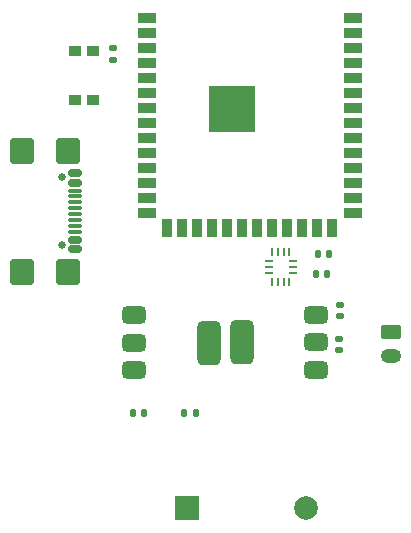
<source format=gbr>
%TF.GenerationSoftware,KiCad,Pcbnew,8.0.8-8.0.8-0~ubuntu24.04.1*%
%TF.CreationDate,2025-07-21T15:44:41-04:00*%
%TF.ProjectId,electronics,656c6563-7472-46f6-9e69-63732e6b6963,rev?*%
%TF.SameCoordinates,Original*%
%TF.FileFunction,Soldermask,Top*%
%TF.FilePolarity,Negative*%
%FSLAX46Y46*%
G04 Gerber Fmt 4.6, Leading zero omitted, Abs format (unit mm)*
G04 Created by KiCad (PCBNEW 8.0.8-8.0.8-0~ubuntu24.04.1) date 2025-07-21 15:44:41*
%MOMM*%
%LPD*%
G01*
G04 APERTURE LIST*
G04 Aperture macros list*
%AMRoundRect*
0 Rectangle with rounded corners*
0 $1 Rounding radius*
0 $2 $3 $4 $5 $6 $7 $8 $9 X,Y pos of 4 corners*
0 Add a 4 corners polygon primitive as box body*
4,1,4,$2,$3,$4,$5,$6,$7,$8,$9,$2,$3,0*
0 Add four circle primitives for the rounded corners*
1,1,$1+$1,$2,$3*
1,1,$1+$1,$4,$5*
1,1,$1+$1,$6,$7*
1,1,$1+$1,$8,$9*
0 Add four rect primitives between the rounded corners*
20,1,$1+$1,$2,$3,$4,$5,0*
20,1,$1+$1,$4,$5,$6,$7,0*
20,1,$1+$1,$6,$7,$8,$9,0*
20,1,$1+$1,$8,$9,$2,$3,0*%
G04 Aperture macros list end*
%ADD10RoundRect,0.140000X-0.170000X0.140000X-0.170000X-0.140000X0.170000X-0.140000X0.170000X0.140000X0*%
%ADD11RoundRect,0.140000X-0.140000X-0.170000X0.140000X-0.170000X0.140000X0.170000X-0.140000X0.170000X0*%
%ADD12RoundRect,0.140000X0.170000X-0.140000X0.170000X0.140000X-0.170000X0.140000X-0.170000X-0.140000X0*%
%ADD13RoundRect,0.375000X-0.625000X-0.375000X0.625000X-0.375000X0.625000X0.375000X-0.625000X0.375000X0*%
%ADD14RoundRect,0.500000X-0.500000X-1.400000X0.500000X-1.400000X0.500000X1.400000X-0.500000X1.400000X0*%
%ADD15RoundRect,0.375000X0.625000X0.375000X-0.625000X0.375000X-0.625000X-0.375000X0.625000X-0.375000X0*%
%ADD16RoundRect,0.500000X0.500000X1.400000X-0.500000X1.400000X-0.500000X-1.400000X0.500000X-1.400000X0*%
%ADD17R,0.250000X0.675000*%
%ADD18R,0.675000X0.250000*%
%ADD19R,1.000000X0.900000*%
%ADD20R,2.000000X2.000000*%
%ADD21C,2.000000*%
%ADD22RoundRect,0.250000X-0.625000X0.350000X-0.625000X-0.350000X0.625000X-0.350000X0.625000X0.350000X0*%
%ADD23O,1.750000X1.200000*%
%ADD24C,0.650000*%
%ADD25RoundRect,0.150000X-0.425000X0.150000X-0.425000X-0.150000X0.425000X-0.150000X0.425000X0.150000X0*%
%ADD26RoundRect,0.075000X-0.500000X0.075000X-0.500000X-0.075000X0.500000X-0.075000X0.500000X0.075000X0*%
%ADD27RoundRect,0.250000X-0.750000X0.840000X-0.750000X-0.840000X0.750000X-0.840000X0.750000X0.840000X0*%
%ADD28R,1.500000X0.900000*%
%ADD29R,0.900000X1.500000*%
%ADD30C,0.600000*%
%ADD31R,3.900000X3.900000*%
G04 APERTURE END LIST*
D10*
%TO.C,C5*%
X139775000Y-89815000D03*
X139775000Y-90775000D03*
%TD*%
D11*
%TO.C,C4*%
X156965000Y-108875000D03*
X157925000Y-108875000D03*
%TD*%
%TO.C,C3*%
X157150000Y-107225000D03*
X158110000Y-107225000D03*
%TD*%
D10*
%TO.C,C2*%
X158925000Y-114420000D03*
X158925000Y-115380000D03*
%TD*%
D12*
%TO.C,C1*%
X159025000Y-112480000D03*
X159025000Y-111520000D03*
%TD*%
D11*
%TO.C,C7*%
X145845000Y-120675000D03*
X146805000Y-120675000D03*
%TD*%
%TO.C,C6*%
X141495000Y-120650000D03*
X142455000Y-120650000D03*
%TD*%
D13*
%TO.C,U5*%
X141600000Y-112425000D03*
X141600000Y-114725000D03*
D14*
X147900000Y-114725000D03*
D13*
X141600000Y-117025000D03*
%TD*%
D15*
%TO.C,U3*%
X157025000Y-117012500D03*
X157025000Y-114712500D03*
D16*
X150725000Y-114712500D03*
D15*
X157025000Y-112412500D03*
%TD*%
D17*
%TO.C,U2*%
X153250000Y-109575000D03*
X153750000Y-109575000D03*
X154250000Y-109575000D03*
X154750000Y-109575000D03*
D18*
X155012500Y-108812500D03*
X155012500Y-108312500D03*
X155012500Y-107812500D03*
D17*
X154750000Y-107050000D03*
X154250000Y-107050000D03*
X153750000Y-107050000D03*
X153250000Y-107050000D03*
D18*
X152987500Y-107812500D03*
X152987500Y-108312500D03*
X152987500Y-108812500D03*
%TD*%
D19*
%TO.C,SW1*%
X136550000Y-94175000D03*
X136550000Y-90075000D03*
X138150000Y-90075000D03*
X138150000Y-94175000D03*
%TD*%
D20*
%TO.C,BZ1*%
X146110000Y-128770000D03*
D21*
X156110000Y-128770000D03*
%TD*%
D22*
%TO.C,BT1*%
X163325000Y-113825000D03*
D23*
X163325000Y-115825000D03*
%TD*%
D24*
%TO.C,J1*%
X135500000Y-100712410D03*
X135500000Y-106492410D03*
D25*
X136575000Y-100402410D03*
X136575000Y-101202410D03*
D26*
X136575000Y-102352410D03*
X136575000Y-103352410D03*
X136575000Y-103852410D03*
X136575000Y-104852410D03*
D25*
X136575000Y-106002410D03*
X136575000Y-106802410D03*
X136575000Y-106802410D03*
X136575000Y-106002410D03*
D26*
X136575000Y-105352410D03*
X136575000Y-104352410D03*
X136575000Y-102852410D03*
X136575000Y-101852410D03*
D25*
X136575000Y-101202410D03*
X136575000Y-100402410D03*
D27*
X136000000Y-98492410D03*
X132070000Y-98492410D03*
X136000000Y-108712410D03*
X132070000Y-108712410D03*
%TD*%
D28*
%TO.C,U1*%
X142650000Y-87255000D03*
X142650000Y-88525000D03*
X142650000Y-89795000D03*
X142650000Y-91065000D03*
X142650000Y-92335000D03*
X142650000Y-93605000D03*
X142650000Y-94875000D03*
X142650000Y-96145000D03*
X142650000Y-97415000D03*
X142650000Y-98685000D03*
X142650000Y-99955000D03*
X142650000Y-101225000D03*
X142650000Y-102495000D03*
X142650000Y-103765000D03*
D29*
X144415000Y-105015000D03*
X145685000Y-105015000D03*
X146955000Y-105015000D03*
X148225000Y-105015000D03*
X149495000Y-105015000D03*
X150765000Y-105015000D03*
X152035000Y-105015000D03*
X153305000Y-105015000D03*
X154575000Y-105015000D03*
X155845000Y-105015000D03*
X157115000Y-105015000D03*
X158385000Y-105015000D03*
D28*
X160150000Y-103765000D03*
X160150000Y-102495000D03*
X160150000Y-101225000D03*
X160150000Y-99955000D03*
X160150000Y-98685000D03*
X160150000Y-97415000D03*
X160150000Y-96145000D03*
X160150000Y-94875000D03*
X160150000Y-93605000D03*
X160150000Y-92335000D03*
X160150000Y-91065000D03*
X160150000Y-89795000D03*
X160150000Y-88525000D03*
X160150000Y-87255000D03*
D30*
X148500000Y-94275000D03*
X148500000Y-95675000D03*
X149200000Y-93575000D03*
X149200000Y-94975000D03*
X149200000Y-96375000D03*
X149900000Y-94275000D03*
D31*
X149900000Y-94975000D03*
D30*
X149900000Y-95675000D03*
X150600000Y-93575000D03*
X150600000Y-94975000D03*
X150600000Y-96375000D03*
X151300000Y-94275000D03*
X151300000Y-95675000D03*
%TD*%
M02*

</source>
